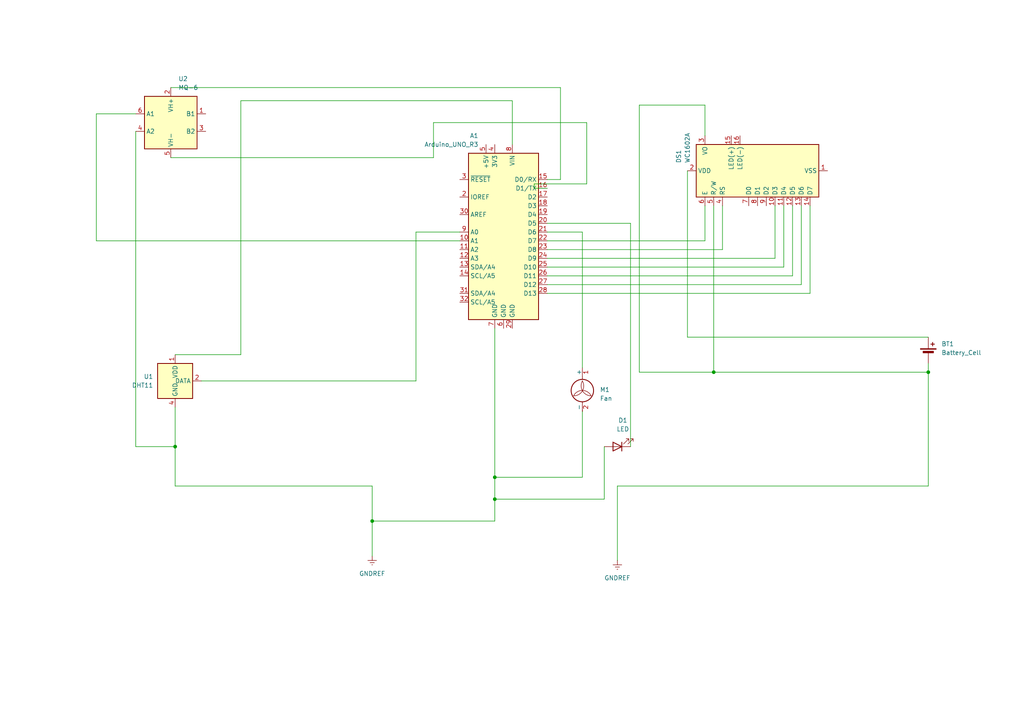
<source format=kicad_sch>
(kicad_sch
	(version 20250114)
	(generator "eeschema")
	(generator_version "9.0")
	(uuid "67d2970f-25cb-4a88-958c-de2850f6968a")
	(paper "A4")
	(lib_symbols
		(symbol "Device:Battery_Cell"
			(pin_numbers
				(hide yes)
			)
			(pin_names
				(offset 0)
				(hide yes)
			)
			(exclude_from_sim no)
			(in_bom yes)
			(on_board yes)
			(property "Reference" "BT"
				(at 2.54 2.54 0)
				(effects
					(font
						(size 1.27 1.27)
					)
					(justify left)
				)
			)
			(property "Value" "Battery_Cell"
				(at 2.54 0 0)
				(effects
					(font
						(size 1.27 1.27)
					)
					(justify left)
				)
			)
			(property "Footprint" ""
				(at 0 1.524 90)
				(effects
					(font
						(size 1.27 1.27)
					)
					(hide yes)
				)
			)
			(property "Datasheet" "~"
				(at 0 1.524 90)
				(effects
					(font
						(size 1.27 1.27)
					)
					(hide yes)
				)
			)
			(property "Description" "Single-cell battery"
				(at 0 0 0)
				(effects
					(font
						(size 1.27 1.27)
					)
					(hide yes)
				)
			)
			(property "ki_keywords" "battery cell"
				(at 0 0 0)
				(effects
					(font
						(size 1.27 1.27)
					)
					(hide yes)
				)
			)
			(symbol "Battery_Cell_0_1"
				(rectangle
					(start -2.286 1.778)
					(end 2.286 1.524)
					(stroke
						(width 0)
						(type default)
					)
					(fill
						(type outline)
					)
				)
				(rectangle
					(start -1.524 1.016)
					(end 1.524 0.508)
					(stroke
						(width 0)
						(type default)
					)
					(fill
						(type outline)
					)
				)
				(polyline
					(pts
						(xy 0 1.778) (xy 0 2.54)
					)
					(stroke
						(width 0)
						(type default)
					)
					(fill
						(type none)
					)
				)
				(polyline
					(pts
						(xy 0 0.762) (xy 0 0)
					)
					(stroke
						(width 0)
						(type default)
					)
					(fill
						(type none)
					)
				)
				(polyline
					(pts
						(xy 0.762 3.048) (xy 1.778 3.048)
					)
					(stroke
						(width 0.254)
						(type default)
					)
					(fill
						(type none)
					)
				)
				(polyline
					(pts
						(xy 1.27 3.556) (xy 1.27 2.54)
					)
					(stroke
						(width 0.254)
						(type default)
					)
					(fill
						(type none)
					)
				)
			)
			(symbol "Battery_Cell_1_1"
				(pin passive line
					(at 0 5.08 270)
					(length 2.54)
					(name "+"
						(effects
							(font
								(size 1.27 1.27)
							)
						)
					)
					(number "1"
						(effects
							(font
								(size 1.27 1.27)
							)
						)
					)
				)
				(pin passive line
					(at 0 -2.54 90)
					(length 2.54)
					(name "-"
						(effects
							(font
								(size 1.27 1.27)
							)
						)
					)
					(number "2"
						(effects
							(font
								(size 1.27 1.27)
							)
						)
					)
				)
			)
			(embedded_fonts no)
		)
		(symbol "Device:LED"
			(pin_numbers
				(hide yes)
			)
			(pin_names
				(offset 1.016)
				(hide yes)
			)
			(exclude_from_sim no)
			(in_bom yes)
			(on_board yes)
			(property "Reference" "D"
				(at 0 2.54 0)
				(effects
					(font
						(size 1.27 1.27)
					)
				)
			)
			(property "Value" "LED"
				(at 0 -2.54 0)
				(effects
					(font
						(size 1.27 1.27)
					)
				)
			)
			(property "Footprint" ""
				(at 0 0 0)
				(effects
					(font
						(size 1.27 1.27)
					)
					(hide yes)
				)
			)
			(property "Datasheet" "~"
				(at 0 0 0)
				(effects
					(font
						(size 1.27 1.27)
					)
					(hide yes)
				)
			)
			(property "Description" "Light emitting diode"
				(at 0 0 0)
				(effects
					(font
						(size 1.27 1.27)
					)
					(hide yes)
				)
			)
			(property "ki_keywords" "LED diode"
				(at 0 0 0)
				(effects
					(font
						(size 1.27 1.27)
					)
					(hide yes)
				)
			)
			(property "ki_fp_filters" "LED* LED_SMD:* LED_THT:*"
				(at 0 0 0)
				(effects
					(font
						(size 1.27 1.27)
					)
					(hide yes)
				)
			)
			(symbol "LED_0_1"
				(polyline
					(pts
						(xy -3.048 -0.762) (xy -4.572 -2.286) (xy -3.81 -2.286) (xy -4.572 -2.286) (xy -4.572 -1.524)
					)
					(stroke
						(width 0)
						(type default)
					)
					(fill
						(type none)
					)
				)
				(polyline
					(pts
						(xy -1.778 -0.762) (xy -3.302 -2.286) (xy -2.54 -2.286) (xy -3.302 -2.286) (xy -3.302 -1.524)
					)
					(stroke
						(width 0)
						(type default)
					)
					(fill
						(type none)
					)
				)
				(polyline
					(pts
						(xy -1.27 0) (xy 1.27 0)
					)
					(stroke
						(width 0)
						(type default)
					)
					(fill
						(type none)
					)
				)
				(polyline
					(pts
						(xy -1.27 -1.27) (xy -1.27 1.27)
					)
					(stroke
						(width 0.254)
						(type default)
					)
					(fill
						(type none)
					)
				)
				(polyline
					(pts
						(xy 1.27 -1.27) (xy 1.27 1.27) (xy -1.27 0) (xy 1.27 -1.27)
					)
					(stroke
						(width 0.254)
						(type default)
					)
					(fill
						(type none)
					)
				)
			)
			(symbol "LED_1_1"
				(pin passive line
					(at -3.81 0 0)
					(length 2.54)
					(name "K"
						(effects
							(font
								(size 1.27 1.27)
							)
						)
					)
					(number "1"
						(effects
							(font
								(size 1.27 1.27)
							)
						)
					)
				)
				(pin passive line
					(at 3.81 0 180)
					(length 2.54)
					(name "A"
						(effects
							(font
								(size 1.27 1.27)
							)
						)
					)
					(number "2"
						(effects
							(font
								(size 1.27 1.27)
							)
						)
					)
				)
			)
			(embedded_fonts no)
		)
		(symbol "Display_Character:WC1602A"
			(exclude_from_sim no)
			(in_bom yes)
			(on_board yes)
			(property "Reference" "DS"
				(at -5.842 19.05 0)
				(effects
					(font
						(size 1.27 1.27)
					)
				)
			)
			(property "Value" "WC1602A"
				(at 5.334 19.05 0)
				(effects
					(font
						(size 1.27 1.27)
					)
				)
			)
			(property "Footprint" "Display:WC1602A"
				(at 0 -22.86 0)
				(effects
					(font
						(size 1.27 1.27)
						(italic yes)
					)
					(hide yes)
				)
			)
			(property "Datasheet" "http://www.wincomlcd.com/pdf/WC1602A-SFYLYHTC06.pdf"
				(at 17.78 0 0)
				(effects
					(font
						(size 1.27 1.27)
					)
					(hide yes)
				)
			)
			(property "Description" "LCD 16x2 Alphanumeric , 8 bit parallel bus, 5V VDD"
				(at 0 0 0)
				(effects
					(font
						(size 1.27 1.27)
					)
					(hide yes)
				)
			)
			(property "ki_keywords" "display LCD dot-matrix"
				(at 0 0 0)
				(effects
					(font
						(size 1.27 1.27)
					)
					(hide yes)
				)
			)
			(property "ki_fp_filters" "*WC*1602A*"
				(at 0 0 0)
				(effects
					(font
						(size 1.27 1.27)
					)
					(hide yes)
				)
			)
			(symbol "WC1602A_1_1"
				(rectangle
					(start -7.62 17.78)
					(end 7.62 -17.78)
					(stroke
						(width 0.254)
						(type default)
					)
					(fill
						(type background)
					)
				)
				(pin input line
					(at -10.16 15.24 0)
					(length 2.54)
					(name "E"
						(effects
							(font
								(size 1.27 1.27)
							)
						)
					)
					(number "6"
						(effects
							(font
								(size 1.27 1.27)
							)
						)
					)
				)
				(pin input line
					(at -10.16 12.7 0)
					(length 2.54)
					(name "R/W"
						(effects
							(font
								(size 1.27 1.27)
							)
						)
					)
					(number "5"
						(effects
							(font
								(size 1.27 1.27)
							)
						)
					)
				)
				(pin input line
					(at -10.16 10.16 0)
					(length 2.54)
					(name "RS"
						(effects
							(font
								(size 1.27 1.27)
							)
						)
					)
					(number "4"
						(effects
							(font
								(size 1.27 1.27)
							)
						)
					)
				)
				(pin input line
					(at -10.16 2.54 0)
					(length 2.54)
					(name "D0"
						(effects
							(font
								(size 1.27 1.27)
							)
						)
					)
					(number "7"
						(effects
							(font
								(size 1.27 1.27)
							)
						)
					)
				)
				(pin input line
					(at -10.16 0 0)
					(length 2.54)
					(name "D1"
						(effects
							(font
								(size 1.27 1.27)
							)
						)
					)
					(number "8"
						(effects
							(font
								(size 1.27 1.27)
							)
						)
					)
				)
				(pin input line
					(at -10.16 -2.54 0)
					(length 2.54)
					(name "D2"
						(effects
							(font
								(size 1.27 1.27)
							)
						)
					)
					(number "9"
						(effects
							(font
								(size 1.27 1.27)
							)
						)
					)
				)
				(pin input line
					(at -10.16 -5.08 0)
					(length 2.54)
					(name "D3"
						(effects
							(font
								(size 1.27 1.27)
							)
						)
					)
					(number "10"
						(effects
							(font
								(size 1.27 1.27)
							)
						)
					)
				)
				(pin input line
					(at -10.16 -7.62 0)
					(length 2.54)
					(name "D4"
						(effects
							(font
								(size 1.27 1.27)
							)
						)
					)
					(number "11"
						(effects
							(font
								(size 1.27 1.27)
							)
						)
					)
				)
				(pin input line
					(at -10.16 -10.16 0)
					(length 2.54)
					(name "D5"
						(effects
							(font
								(size 1.27 1.27)
							)
						)
					)
					(number "12"
						(effects
							(font
								(size 1.27 1.27)
							)
						)
					)
				)
				(pin input line
					(at -10.16 -12.7 0)
					(length 2.54)
					(name "D6"
						(effects
							(font
								(size 1.27 1.27)
							)
						)
					)
					(number "13"
						(effects
							(font
								(size 1.27 1.27)
							)
						)
					)
				)
				(pin input line
					(at -10.16 -15.24 0)
					(length 2.54)
					(name "D7"
						(effects
							(font
								(size 1.27 1.27)
							)
						)
					)
					(number "14"
						(effects
							(font
								(size 1.27 1.27)
							)
						)
					)
				)
				(pin power_in line
					(at 0 20.32 270)
					(length 2.54)
					(name "VDD"
						(effects
							(font
								(size 1.27 1.27)
							)
						)
					)
					(number "2"
						(effects
							(font
								(size 1.27 1.27)
							)
						)
					)
				)
				(pin power_in line
					(at 0 -20.32 90)
					(length 2.54)
					(name "VSS"
						(effects
							(font
								(size 1.27 1.27)
							)
						)
					)
					(number "1"
						(effects
							(font
								(size 1.27 1.27)
							)
						)
					)
				)
				(pin input line
					(at 10.16 15.24 180)
					(length 2.54)
					(name "VO"
						(effects
							(font
								(size 1.27 1.27)
							)
						)
					)
					(number "3"
						(effects
							(font
								(size 1.27 1.27)
							)
						)
					)
				)
				(pin power_in line
					(at 10.16 7.62 180)
					(length 2.54)
					(name "LED(+)"
						(effects
							(font
								(size 1.27 1.27)
							)
						)
					)
					(number "15"
						(effects
							(font
								(size 1.27 1.27)
							)
						)
					)
				)
				(pin power_in line
					(at 10.16 5.08 180)
					(length 2.54)
					(name "LED(-)"
						(effects
							(font
								(size 1.27 1.27)
							)
						)
					)
					(number "16"
						(effects
							(font
								(size 1.27 1.27)
							)
						)
					)
				)
			)
			(embedded_fonts no)
		)
		(symbol "MCU_Module:Arduino_UNO_R3"
			(exclude_from_sim no)
			(in_bom yes)
			(on_board yes)
			(property "Reference" "A"
				(at -10.16 23.495 0)
				(effects
					(font
						(size 1.27 1.27)
					)
					(justify left bottom)
				)
			)
			(property "Value" "Arduino_UNO_R3"
				(at 5.08 -26.67 0)
				(effects
					(font
						(size 1.27 1.27)
					)
					(justify left top)
				)
			)
			(property "Footprint" "Module:Arduino_UNO_R3"
				(at 0 0 0)
				(effects
					(font
						(size 1.27 1.27)
						(italic yes)
					)
					(hide yes)
				)
			)
			(property "Datasheet" "https://www.arduino.cc/en/Main/arduinoBoardUno"
				(at 0 0 0)
				(effects
					(font
						(size 1.27 1.27)
					)
					(hide yes)
				)
			)
			(property "Description" "Arduino UNO Microcontroller Module, release 3"
				(at 0 0 0)
				(effects
					(font
						(size 1.27 1.27)
					)
					(hide yes)
				)
			)
			(property "ki_keywords" "Arduino UNO R3 Microcontroller Module Atmel AVR USB"
				(at 0 0 0)
				(effects
					(font
						(size 1.27 1.27)
					)
					(hide yes)
				)
			)
			(property "ki_fp_filters" "Arduino*UNO*R3*"
				(at 0 0 0)
				(effects
					(font
						(size 1.27 1.27)
					)
					(hide yes)
				)
			)
			(symbol "Arduino_UNO_R3_0_1"
				(rectangle
					(start -10.16 22.86)
					(end 10.16 -25.4)
					(stroke
						(width 0.254)
						(type default)
					)
					(fill
						(type background)
					)
				)
			)
			(symbol "Arduino_UNO_R3_1_1"
				(pin bidirectional line
					(at -12.7 15.24 0)
					(length 2.54)
					(name "D0/RX"
						(effects
							(font
								(size 1.27 1.27)
							)
						)
					)
					(number "15"
						(effects
							(font
								(size 1.27 1.27)
							)
						)
					)
				)
				(pin bidirectional line
					(at -12.7 12.7 0)
					(length 2.54)
					(name "D1/TX"
						(effects
							(font
								(size 1.27 1.27)
							)
						)
					)
					(number "16"
						(effects
							(font
								(size 1.27 1.27)
							)
						)
					)
				)
				(pin bidirectional line
					(at -12.7 10.16 0)
					(length 2.54)
					(name "D2"
						(effects
							(font
								(size 1.27 1.27)
							)
						)
					)
					(number "17"
						(effects
							(font
								(size 1.27 1.27)
							)
						)
					)
				)
				(pin bidirectional line
					(at -12.7 7.62 0)
					(length 2.54)
					(name "D3"
						(effects
							(font
								(size 1.27 1.27)
							)
						)
					)
					(number "18"
						(effects
							(font
								(size 1.27 1.27)
							)
						)
					)
				)
				(pin bidirectional line
					(at -12.7 5.08 0)
					(length 2.54)
					(name "D4"
						(effects
							(font
								(size 1.27 1.27)
							)
						)
					)
					(number "19"
						(effects
							(font
								(size 1.27 1.27)
							)
						)
					)
				)
				(pin bidirectional line
					(at -12.7 2.54 0)
					(length 2.54)
					(name "D5"
						(effects
							(font
								(size 1.27 1.27)
							)
						)
					)
					(number "20"
						(effects
							(font
								(size 1.27 1.27)
							)
						)
					)
				)
				(pin bidirectional line
					(at -12.7 0 0)
					(length 2.54)
					(name "D6"
						(effects
							(font
								(size 1.27 1.27)
							)
						)
					)
					(number "21"
						(effects
							(font
								(size 1.27 1.27)
							)
						)
					)
				)
				(pin bidirectional line
					(at -12.7 -2.54 0)
					(length 2.54)
					(name "D7"
						(effects
							(font
								(size 1.27 1.27)
							)
						)
					)
					(number "22"
						(effects
							(font
								(size 1.27 1.27)
							)
						)
					)
				)
				(pin bidirectional line
					(at -12.7 -5.08 0)
					(length 2.54)
					(name "D8"
						(effects
							(font
								(size 1.27 1.27)
							)
						)
					)
					(number "23"
						(effects
							(font
								(size 1.27 1.27)
							)
						)
					)
				)
				(pin bidirectional line
					(at -12.7 -7.62 0)
					(length 2.54)
					(name "D9"
						(effects
							(font
								(size 1.27 1.27)
							)
						)
					)
					(number "24"
						(effects
							(font
								(size 1.27 1.27)
							)
						)
					)
				)
				(pin bidirectional line
					(at -12.7 -10.16 0)
					(length 2.54)
					(name "D10"
						(effects
							(font
								(size 1.27 1.27)
							)
						)
					)
					(number "25"
						(effects
							(font
								(size 1.27 1.27)
							)
						)
					)
				)
				(pin bidirectional line
					(at -12.7 -12.7 0)
					(length 2.54)
					(name "D11"
						(effects
							(font
								(size 1.27 1.27)
							)
						)
					)
					(number "26"
						(effects
							(font
								(size 1.27 1.27)
							)
						)
					)
				)
				(pin bidirectional line
					(at -12.7 -15.24 0)
					(length 2.54)
					(name "D12"
						(effects
							(font
								(size 1.27 1.27)
							)
						)
					)
					(number "27"
						(effects
							(font
								(size 1.27 1.27)
							)
						)
					)
				)
				(pin bidirectional line
					(at -12.7 -17.78 0)
					(length 2.54)
					(name "D13"
						(effects
							(font
								(size 1.27 1.27)
							)
						)
					)
					(number "28"
						(effects
							(font
								(size 1.27 1.27)
							)
						)
					)
				)
				(pin no_connect line
					(at -10.16 -20.32 0)
					(length 2.54)
					(hide yes)
					(name "NC"
						(effects
							(font
								(size 1.27 1.27)
							)
						)
					)
					(number "1"
						(effects
							(font
								(size 1.27 1.27)
							)
						)
					)
				)
				(pin power_in line
					(at -2.54 25.4 270)
					(length 2.54)
					(name "VIN"
						(effects
							(font
								(size 1.27 1.27)
							)
						)
					)
					(number "8"
						(effects
							(font
								(size 1.27 1.27)
							)
						)
					)
				)
				(pin power_in line
					(at -2.54 -27.94 90)
					(length 2.54)
					(name "GND"
						(effects
							(font
								(size 1.27 1.27)
							)
						)
					)
					(number "29"
						(effects
							(font
								(size 1.27 1.27)
							)
						)
					)
				)
				(pin power_in line
					(at 0 -27.94 90)
					(length 2.54)
					(name "GND"
						(effects
							(font
								(size 1.27 1.27)
							)
						)
					)
					(number "6"
						(effects
							(font
								(size 1.27 1.27)
							)
						)
					)
				)
				(pin power_out line
					(at 2.54 25.4 270)
					(length 2.54)
					(name "3V3"
						(effects
							(font
								(size 1.27 1.27)
							)
						)
					)
					(number "4"
						(effects
							(font
								(size 1.27 1.27)
							)
						)
					)
				)
				(pin power_in line
					(at 2.54 -27.94 90)
					(length 2.54)
					(name "GND"
						(effects
							(font
								(size 1.27 1.27)
							)
						)
					)
					(number "7"
						(effects
							(font
								(size 1.27 1.27)
							)
						)
					)
				)
				(pin power_out line
					(at 5.08 25.4 270)
					(length 2.54)
					(name "+5V"
						(effects
							(font
								(size 1.27 1.27)
							)
						)
					)
					(number "5"
						(effects
							(font
								(size 1.27 1.27)
							)
						)
					)
				)
				(pin input line
					(at 12.7 15.24 180)
					(length 2.54)
					(name "~{RESET}"
						(effects
							(font
								(size 1.27 1.27)
							)
						)
					)
					(number "3"
						(effects
							(font
								(size 1.27 1.27)
							)
						)
					)
				)
				(pin output line
					(at 12.7 10.16 180)
					(length 2.54)
					(name "IOREF"
						(effects
							(font
								(size 1.27 1.27)
							)
						)
					)
					(number "2"
						(effects
							(font
								(size 1.27 1.27)
							)
						)
					)
				)
				(pin input line
					(at 12.7 5.08 180)
					(length 2.54)
					(name "AREF"
						(effects
							(font
								(size 1.27 1.27)
							)
						)
					)
					(number "30"
						(effects
							(font
								(size 1.27 1.27)
							)
						)
					)
				)
				(pin bidirectional line
					(at 12.7 0 180)
					(length 2.54)
					(name "A0"
						(effects
							(font
								(size 1.27 1.27)
							)
						)
					)
					(number "9"
						(effects
							(font
								(size 1.27 1.27)
							)
						)
					)
				)
				(pin bidirectional line
					(at 12.7 -2.54 180)
					(length 2.54)
					(name "A1"
						(effects
							(font
								(size 1.27 1.27)
							)
						)
					)
					(number "10"
						(effects
							(font
								(size 1.27 1.27)
							)
						)
					)
				)
				(pin bidirectional line
					(at 12.7 -5.08 180)
					(length 2.54)
					(name "A2"
						(effects
							(font
								(size 1.27 1.27)
							)
						)
					)
					(number "11"
						(effects
							(font
								(size 1.27 1.27)
							)
						)
					)
				)
				(pin bidirectional line
					(at 12.7 -7.62 180)
					(length 2.54)
					(name "A3"
						(effects
							(font
								(size 1.27 1.27)
							)
						)
					)
					(number "12"
						(effects
							(font
								(size 1.27 1.27)
							)
						)
					)
				)
				(pin bidirectional line
					(at 12.7 -10.16 180)
					(length 2.54)
					(name "SDA/A4"
						(effects
							(font
								(size 1.27 1.27)
							)
						)
					)
					(number "13"
						(effects
							(font
								(size 1.27 1.27)
							)
						)
					)
				)
				(pin bidirectional line
					(at 12.7 -12.7 180)
					(length 2.54)
					(name "SCL/A5"
						(effects
							(font
								(size 1.27 1.27)
							)
						)
					)
					(number "14"
						(effects
							(font
								(size 1.27 1.27)
							)
						)
					)
				)
				(pin bidirectional line
					(at 12.7 -17.78 180)
					(length 2.54)
					(name "SDA/A4"
						(effects
							(font
								(size 1.27 1.27)
							)
						)
					)
					(number "31"
						(effects
							(font
								(size 1.27 1.27)
							)
						)
					)
				)
				(pin bidirectional line
					(at 12.7 -20.32 180)
					(length 2.54)
					(name "SCL/A5"
						(effects
							(font
								(size 1.27 1.27)
							)
						)
					)
					(number "32"
						(effects
							(font
								(size 1.27 1.27)
							)
						)
					)
				)
			)
			(embedded_fonts no)
		)
		(symbol "Motor:Fan"
			(pin_names
				(offset 0)
			)
			(exclude_from_sim no)
			(in_bom yes)
			(on_board yes)
			(property "Reference" "M"
				(at 2.54 5.08 0)
				(effects
					(font
						(size 1.27 1.27)
					)
					(justify left)
				)
			)
			(property "Value" "Fan"
				(at 2.54 -2.54 0)
				(effects
					(font
						(size 1.27 1.27)
					)
					(justify left top)
				)
			)
			(property "Footprint" ""
				(at 0 0.254 0)
				(effects
					(font
						(size 1.27 1.27)
					)
					(hide yes)
				)
			)
			(property "Datasheet" "~"
				(at 0 0.254 0)
				(effects
					(font
						(size 1.27 1.27)
					)
					(hide yes)
				)
			)
			(property "Description" "Fan"
				(at 0 0 0)
				(effects
					(font
						(size 1.27 1.27)
					)
					(hide yes)
				)
			)
			(property "ki_keywords" "Fan Motor"
				(at 0 0 0)
				(effects
					(font
						(size 1.27 1.27)
					)
					(hide yes)
				)
			)
			(property "ki_fp_filters" "PinHeader*P2.54mm* TerminalBlock*"
				(at 0 0 0)
				(effects
					(font
						(size 1.27 1.27)
					)
					(hide yes)
				)
			)
			(symbol "Fan_0_1"
				(arc
					(start 0 3.81)
					(mid -0.0015 0.9048)
					(end -2.54 -0.508)
					(stroke
						(width 0)
						(type default)
					)
					(fill
						(type none)
					)
				)
				(polyline
					(pts
						(xy 0 4.572) (xy 0 5.08)
					)
					(stroke
						(width 0)
						(type default)
					)
					(fill
						(type none)
					)
				)
				(polyline
					(pts
						(xy 0 4.2672) (xy 0 4.6228)
					)
					(stroke
						(width 0)
						(type default)
					)
					(fill
						(type none)
					)
				)
				(circle
					(center 0 1.016)
					(radius 3.2512)
					(stroke
						(width 0.254)
						(type default)
					)
					(fill
						(type none)
					)
				)
				(arc
					(start -2.54 -0.508)
					(mid 0 1.0618)
					(end 2.54 -0.508)
					(stroke
						(width 0)
						(type default)
					)
					(fill
						(type none)
					)
				)
				(polyline
					(pts
						(xy 0 -2.2352) (xy 0 -2.6416)
					)
					(stroke
						(width 0)
						(type default)
					)
					(fill
						(type none)
					)
				)
				(polyline
					(pts
						(xy 0 -5.08) (xy 0 -4.572)
					)
					(stroke
						(width 0)
						(type default)
					)
					(fill
						(type none)
					)
				)
				(arc
					(start 2.54 -0.508)
					(mid 0.047 0.9315)
					(end 0 3.81)
					(stroke
						(width 0)
						(type default)
					)
					(fill
						(type none)
					)
				)
			)
			(symbol "Fan_1_1"
				(pin passive line
					(at 0 7.62 270)
					(length 2.54)
					(name "+"
						(effects
							(font
								(size 1.27 1.27)
							)
						)
					)
					(number "1"
						(effects
							(font
								(size 1.27 1.27)
							)
						)
					)
				)
				(pin passive line
					(at 0 -5.08 90)
					(length 2.54)
					(name "-"
						(effects
							(font
								(size 1.27 1.27)
							)
						)
					)
					(number "2"
						(effects
							(font
								(size 1.27 1.27)
							)
						)
					)
				)
			)
			(embedded_fonts no)
		)
		(symbol "Sensor:DHT11"
			(exclude_from_sim no)
			(in_bom yes)
			(on_board yes)
			(property "Reference" "U"
				(at -3.81 6.35 0)
				(effects
					(font
						(size 1.27 1.27)
					)
				)
			)
			(property "Value" "DHT11"
				(at 3.81 6.35 0)
				(effects
					(font
						(size 1.27 1.27)
					)
				)
			)
			(property "Footprint" "Sensor:Aosong_DHT11_5.5x12.0_P2.54mm"
				(at 0 -10.16 0)
				(effects
					(font
						(size 1.27 1.27)
					)
					(hide yes)
				)
			)
			(property "Datasheet" "http://akizukidenshi.com/download/ds/aosong/DHT11.pdf"
				(at 3.81 6.35 0)
				(effects
					(font
						(size 1.27 1.27)
					)
					(hide yes)
				)
			)
			(property "Description" "3.3V to 5.5V, temperature and humidity module, DHT11"
				(at 0 0 0)
				(effects
					(font
						(size 1.27 1.27)
					)
					(hide yes)
				)
			)
			(property "ki_keywords" "digital sensor"
				(at 0 0 0)
				(effects
					(font
						(size 1.27 1.27)
					)
					(hide yes)
				)
			)
			(property "ki_fp_filters" "Aosong*DHT11*5.5x12.0*P2.54mm*"
				(at 0 0 0)
				(effects
					(font
						(size 1.27 1.27)
					)
					(hide yes)
				)
			)
			(symbol "DHT11_0_1"
				(rectangle
					(start -5.08 5.08)
					(end 5.08 -5.08)
					(stroke
						(width 0.254)
						(type default)
					)
					(fill
						(type background)
					)
				)
			)
			(symbol "DHT11_1_1"
				(pin no_connect line
					(at -5.08 0 0)
					(length 2.54)
					(hide yes)
					(name "NC"
						(effects
							(font
								(size 1.27 1.27)
							)
						)
					)
					(number "3"
						(effects
							(font
								(size 1.27 1.27)
							)
						)
					)
				)
				(pin power_in line
					(at 0 7.62 270)
					(length 2.54)
					(name "VDD"
						(effects
							(font
								(size 1.27 1.27)
							)
						)
					)
					(number "1"
						(effects
							(font
								(size 1.27 1.27)
							)
						)
					)
				)
				(pin power_in line
					(at 0 -7.62 90)
					(length 2.54)
					(name "GND"
						(effects
							(font
								(size 1.27 1.27)
							)
						)
					)
					(number "4"
						(effects
							(font
								(size 1.27 1.27)
							)
						)
					)
				)
				(pin bidirectional line
					(at 7.62 0 180)
					(length 2.54)
					(name "DATA"
						(effects
							(font
								(size 1.27 1.27)
							)
						)
					)
					(number "2"
						(effects
							(font
								(size 1.27 1.27)
							)
						)
					)
				)
			)
			(embedded_fonts no)
		)
		(symbol "Sensor_Gas:MQ-6"
			(exclude_from_sim no)
			(in_bom yes)
			(on_board yes)
			(property "Reference" "U"
				(at -6.35 8.89 0)
				(effects
					(font
						(size 1.27 1.27)
					)
				)
			)
			(property "Value" "MQ-6"
				(at 3.81 8.89 0)
				(effects
					(font
						(size 1.27 1.27)
					)
				)
			)
			(property "Footprint" "Sensor:MQ-6"
				(at 1.27 -11.43 0)
				(effects
					(font
						(size 1.27 1.27)
					)
					(hide yes)
				)
			)
			(property "Datasheet" "https://www.winsen-sensor.com/d/files/semiconductor/mq-6.pdf"
				(at 0 6.35 0)
				(effects
					(font
						(size 1.27 1.27)
					)
					(hide yes)
				)
			)
			(property "Description" "Semiconductor Sensor for Flammable Gas"
				(at 0 0 0)
				(effects
					(font
						(size 1.27 1.27)
					)
					(hide yes)
				)
			)
			(property "ki_keywords" "flammable gas sensor LPG"
				(at 0 0 0)
				(effects
					(font
						(size 1.27 1.27)
					)
					(hide yes)
				)
			)
			(property "ki_fp_filters" "*MQ*6*"
				(at 0 0 0)
				(effects
					(font
						(size 1.27 1.27)
					)
					(hide yes)
				)
			)
			(symbol "MQ-6_0_1"
				(rectangle
					(start -7.62 7.62)
					(end 7.62 -7.62)
					(stroke
						(width 0.254)
						(type default)
					)
					(fill
						(type background)
					)
				)
			)
			(symbol "MQ-6_1_1"
				(pin passive line
					(at -10.16 2.54 0)
					(length 2.54)
					(name "A1"
						(effects
							(font
								(size 1.27 1.27)
							)
						)
					)
					(number "6"
						(effects
							(font
								(size 1.27 1.27)
							)
						)
					)
				)
				(pin passive line
					(at -10.16 -2.54 0)
					(length 2.54)
					(name "A2"
						(effects
							(font
								(size 1.27 1.27)
							)
						)
					)
					(number "4"
						(effects
							(font
								(size 1.27 1.27)
							)
						)
					)
				)
				(pin power_in line
					(at 0 10.16 270)
					(length 2.54)
					(name "VH+"
						(effects
							(font
								(size 1.27 1.27)
							)
						)
					)
					(number "2"
						(effects
							(font
								(size 1.27 1.27)
							)
						)
					)
				)
				(pin power_in line
					(at 0 -10.16 90)
					(length 2.54)
					(name "VH-"
						(effects
							(font
								(size 1.27 1.27)
							)
						)
					)
					(number "5"
						(effects
							(font
								(size 1.27 1.27)
							)
						)
					)
				)
				(pin passive line
					(at 10.16 2.54 180)
					(length 2.54)
					(name "B1"
						(effects
							(font
								(size 1.27 1.27)
							)
						)
					)
					(number "1"
						(effects
							(font
								(size 1.27 1.27)
							)
						)
					)
				)
				(pin passive line
					(at 10.16 -2.54 180)
					(length 2.54)
					(name "B2"
						(effects
							(font
								(size 1.27 1.27)
							)
						)
					)
					(number "3"
						(effects
							(font
								(size 1.27 1.27)
							)
						)
					)
				)
			)
			(embedded_fonts no)
		)
		(symbol "power:GNDREF"
			(power)
			(pin_numbers
				(hide yes)
			)
			(pin_names
				(offset 0)
				(hide yes)
			)
			(exclude_from_sim no)
			(in_bom yes)
			(on_board yes)
			(property "Reference" "#PWR"
				(at 0 -6.35 0)
				(effects
					(font
						(size 1.27 1.27)
					)
					(hide yes)
				)
			)
			(property "Value" "GNDREF"
				(at 0 -3.81 0)
				(effects
					(font
						(size 1.27 1.27)
					)
				)
			)
			(property "Footprint" ""
				(at 0 0 0)
				(effects
					(font
						(size 1.27 1.27)
					)
					(hide yes)
				)
			)
			(property "Datasheet" ""
				(at 0 0 0)
				(effects
					(font
						(size 1.27 1.27)
					)
					(hide yes)
				)
			)
			(property "Description" "Power symbol creates a global label with name \"GNDREF\" , reference supply ground"
				(at 0 0 0)
				(effects
					(font
						(size 1.27 1.27)
					)
					(hide yes)
				)
			)
			(property "ki_keywords" "global power"
				(at 0 0 0)
				(effects
					(font
						(size 1.27 1.27)
					)
					(hide yes)
				)
			)
			(symbol "GNDREF_0_1"
				(polyline
					(pts
						(xy -0.635 -1.905) (xy 0.635 -1.905)
					)
					(stroke
						(width 0)
						(type default)
					)
					(fill
						(type none)
					)
				)
				(polyline
					(pts
						(xy -0.127 -2.54) (xy 0.127 -2.54)
					)
					(stroke
						(width 0)
						(type default)
					)
					(fill
						(type none)
					)
				)
				(polyline
					(pts
						(xy 0 -1.27) (xy 0 0)
					)
					(stroke
						(width 0)
						(type default)
					)
					(fill
						(type none)
					)
				)
				(polyline
					(pts
						(xy 1.27 -1.27) (xy -1.27 -1.27)
					)
					(stroke
						(width 0)
						(type default)
					)
					(fill
						(type none)
					)
				)
			)
			(symbol "GNDREF_1_1"
				(pin power_in line
					(at 0 0 270)
					(length 0)
					(name "~"
						(effects
							(font
								(size 1.27 1.27)
							)
						)
					)
					(number "1"
						(effects
							(font
								(size 1.27 1.27)
							)
						)
					)
				)
			)
			(embedded_fonts no)
		)
	)
	(junction
		(at 143.51 144.78)
		(diameter 0)
		(color 0 0 0 0)
		(uuid "0a4ac9b5-7907-48b6-b104-ae06866a32c4")
	)
	(junction
		(at 143.51 138.43)
		(diameter 0)
		(color 0 0 0 0)
		(uuid "1b45ce36-e8b1-41cf-ae57-0338d48cd7bf")
	)
	(junction
		(at 269.24 107.95)
		(diameter 0)
		(color 0 0 0 0)
		(uuid "9858267b-36f5-4301-b549-233632f0814a")
	)
	(junction
		(at 50.8 129.54)
		(diameter 0)
		(color 0 0 0 0)
		(uuid "b3789ea5-ffaa-4ac7-a9c6-aa68985cb10a")
	)
	(junction
		(at 107.95 151.13)
		(diameter 0)
		(color 0 0 0 0)
		(uuid "d3199f14-5bf7-45ba-8091-69699536c27e")
	)
	(junction
		(at 207.01 107.95)
		(diameter 0)
		(color 0 0 0 0)
		(uuid "f397d2da-6e23-42d2-981b-48402a367718")
	)
	(wire
		(pts
			(xy 158.75 74.93) (xy 224.79 74.93)
		)
		(stroke
			(width 0)
			(type default)
		)
		(uuid "05afae6b-8b23-4b3e-b994-6f4602b14508")
	)
	(wire
		(pts
			(xy 175.26 129.54) (xy 175.26 144.78)
		)
		(stroke
			(width 0)
			(type default)
		)
		(uuid "08e51eb1-c28d-4fbf-9b38-bb86a6343d35")
	)
	(wire
		(pts
			(xy 143.51 144.78) (xy 143.51 151.13)
		)
		(stroke
			(width 0)
			(type default)
		)
		(uuid "0be7522e-741d-4e1e-aaae-b59774854b18")
	)
	(wire
		(pts
			(xy 143.51 138.43) (xy 143.51 144.78)
		)
		(stroke
			(width 0)
			(type default)
		)
		(uuid "0bf178b1-7153-4580-a400-f52d7877bfd4")
	)
	(wire
		(pts
			(xy 158.75 82.55) (xy 232.41 82.55)
		)
		(stroke
			(width 0)
			(type default)
		)
		(uuid "0e824594-6db0-4251-8a62-e66048044963")
	)
	(wire
		(pts
			(xy 50.8 129.54) (xy 50.8 140.97)
		)
		(stroke
			(width 0)
			(type default)
		)
		(uuid "0f2bc2cb-0cbe-4ac7-adfe-0214af73bb09")
	)
	(wire
		(pts
			(xy 168.91 138.43) (xy 143.51 138.43)
		)
		(stroke
			(width 0)
			(type default)
		)
		(uuid "1046f5d2-a633-427e-8748-e4e5f5cb8ad3")
	)
	(wire
		(pts
			(xy 158.75 80.01) (xy 229.87 80.01)
		)
		(stroke
			(width 0)
			(type default)
		)
		(uuid "147bc99f-2c28-4637-8bae-01fece892a5c")
	)
	(wire
		(pts
			(xy 49.53 45.72) (xy 125.73 45.72)
		)
		(stroke
			(width 0)
			(type default)
		)
		(uuid "1ea0de97-42bc-48aa-8303-5ba55788cae1")
	)
	(wire
		(pts
			(xy 170.18 35.56) (xy 170.18 53.34)
		)
		(stroke
			(width 0)
			(type default)
		)
		(uuid "1f1a77ec-9182-4e37-98f7-c19caa002e03")
	)
	(wire
		(pts
			(xy 204.47 30.48) (xy 185.42 30.48)
		)
		(stroke
			(width 0)
			(type default)
		)
		(uuid "1faac66d-6666-4af6-82e7-0ae2b2db621b")
	)
	(wire
		(pts
			(xy 154.94 53.34) (xy 154.94 54.61)
		)
		(stroke
			(width 0)
			(type default)
		)
		(uuid "1fe6f94b-17d4-4418-98f9-179f0b386d3c")
	)
	(wire
		(pts
			(xy 158.75 64.77) (xy 182.88 64.77)
		)
		(stroke
			(width 0)
			(type default)
		)
		(uuid "24d6dac8-99ad-4fd8-b6a7-85008c8993ab")
	)
	(wire
		(pts
			(xy 158.75 85.09) (xy 234.95 85.09)
		)
		(stroke
			(width 0)
			(type default)
		)
		(uuid "2a2d2c02-09b5-4406-aa75-f868b3af8c5d")
	)
	(wire
		(pts
			(xy 58.42 110.49) (xy 120.65 110.49)
		)
		(stroke
			(width 0)
			(type default)
		)
		(uuid "2dc3eda5-6ee4-41ce-8e1f-bd98a8d0fd1e")
	)
	(wire
		(pts
			(xy 154.94 54.61) (xy 158.75 54.61)
		)
		(stroke
			(width 0)
			(type default)
		)
		(uuid "355f8688-7e14-48f4-a089-23af83225a6e")
	)
	(wire
		(pts
			(xy 168.91 119.38) (xy 168.91 138.43)
		)
		(stroke
			(width 0)
			(type default)
		)
		(uuid "3cf8038b-8e26-47b5-b850-bc3242b78460")
	)
	(wire
		(pts
			(xy 148.59 41.91) (xy 148.59 29.21)
		)
		(stroke
			(width 0)
			(type default)
		)
		(uuid "3e9f2d6a-d41c-4d36-ac28-099e8a85b19e")
	)
	(wire
		(pts
			(xy 125.73 45.72) (xy 125.73 35.56)
		)
		(stroke
			(width 0)
			(type default)
		)
		(uuid "3f0a8302-b7de-439a-9d36-8def3fe48dba")
	)
	(wire
		(pts
			(xy 199.39 97.79) (xy 269.24 97.79)
		)
		(stroke
			(width 0)
			(type default)
		)
		(uuid "40b5b112-d1ae-4f84-a943-b2edfc215d81")
	)
	(wire
		(pts
			(xy 224.79 74.93) (xy 224.79 59.69)
		)
		(stroke
			(width 0)
			(type default)
		)
		(uuid "4598e54e-29d4-4e62-88b3-adb8ea07b2a4")
	)
	(wire
		(pts
			(xy 120.65 67.31) (xy 133.35 67.31)
		)
		(stroke
			(width 0)
			(type default)
		)
		(uuid "468bc543-247d-456e-a9fb-03d7653bddfe")
	)
	(wire
		(pts
			(xy 158.75 77.47) (xy 227.33 77.47)
		)
		(stroke
			(width 0)
			(type default)
		)
		(uuid "4ed0f9eb-c3bd-4389-8d55-2b9a22cf03cc")
	)
	(wire
		(pts
			(xy 162.56 25.4) (xy 162.56 52.07)
		)
		(stroke
			(width 0)
			(type default)
		)
		(uuid "531fa555-15f5-4506-a955-b9590d894a9f")
	)
	(wire
		(pts
			(xy 185.42 30.48) (xy 185.42 107.95)
		)
		(stroke
			(width 0)
			(type default)
		)
		(uuid "54d9cf64-0d48-4424-bd15-1df795e82ae8")
	)
	(wire
		(pts
			(xy 204.47 39.37) (xy 204.47 30.48)
		)
		(stroke
			(width 0)
			(type default)
		)
		(uuid "5568c30f-02cd-4ad4-a652-475042ad8cdb")
	)
	(wire
		(pts
			(xy 227.33 77.47) (xy 227.33 59.69)
		)
		(stroke
			(width 0)
			(type default)
		)
		(uuid "597bf8cc-5a39-49cd-a9e0-408c0c1eb38a")
	)
	(wire
		(pts
			(xy 179.07 140.97) (xy 179.07 162.56)
		)
		(stroke
			(width 0)
			(type default)
		)
		(uuid "5adcadc7-a3a1-4772-853e-bad2825108c1")
	)
	(wire
		(pts
			(xy 158.75 67.31) (xy 168.91 67.31)
		)
		(stroke
			(width 0)
			(type default)
		)
		(uuid "5ed158fe-4cb5-493e-854e-638c19dce4a2")
	)
	(wire
		(pts
			(xy 69.85 102.87) (xy 50.8 102.87)
		)
		(stroke
			(width 0)
			(type default)
		)
		(uuid "5f671cf4-ba52-4f00-b0fd-03a393fd0c44")
	)
	(wire
		(pts
			(xy 50.8 118.11) (xy 50.8 129.54)
		)
		(stroke
			(width 0)
			(type default)
		)
		(uuid "6010ac4a-e3f2-47b7-ae30-d5b77073218d")
	)
	(wire
		(pts
			(xy 234.95 85.09) (xy 234.95 59.69)
		)
		(stroke
			(width 0)
			(type default)
		)
		(uuid "6106b4d4-ad84-482b-9688-13ff239683db")
	)
	(wire
		(pts
			(xy 143.51 151.13) (xy 107.95 151.13)
		)
		(stroke
			(width 0)
			(type default)
		)
		(uuid "633a4061-48b0-4582-b3d2-69515b6df8df")
	)
	(wire
		(pts
			(xy 199.39 49.53) (xy 199.39 97.79)
		)
		(stroke
			(width 0)
			(type default)
		)
		(uuid "65b0ee85-a5ed-4058-b773-39826efdaa50")
	)
	(wire
		(pts
			(xy 50.8 140.97) (xy 107.95 140.97)
		)
		(stroke
			(width 0)
			(type default)
		)
		(uuid "684bd9d6-67d2-4339-9b26-3aec9b9290f5")
	)
	(wire
		(pts
			(xy 27.94 33.02) (xy 27.94 69.85)
		)
		(stroke
			(width 0)
			(type default)
		)
		(uuid "7b1739c7-b810-418a-a19c-eecbbe6b71df")
	)
	(wire
		(pts
			(xy 168.91 67.31) (xy 168.91 106.68)
		)
		(stroke
			(width 0)
			(type default)
		)
		(uuid "7e2a9f2f-282f-4255-8bd0-663192d70f4f")
	)
	(wire
		(pts
			(xy 207.01 59.69) (xy 207.01 107.95)
		)
		(stroke
			(width 0)
			(type default)
		)
		(uuid "87986c93-c009-4d17-b03e-7a7741e75b10")
	)
	(wire
		(pts
			(xy 107.95 151.13) (xy 107.95 161.29)
		)
		(stroke
			(width 0)
			(type default)
		)
		(uuid "8a208b52-bf0b-47f2-a9f4-b22ed34b74f7")
	)
	(wire
		(pts
			(xy 170.18 53.34) (xy 154.94 53.34)
		)
		(stroke
			(width 0)
			(type default)
		)
		(uuid "8b5ca5e0-09a1-4cbd-961f-de2ba23542be")
	)
	(wire
		(pts
			(xy 27.94 69.85) (xy 133.35 69.85)
		)
		(stroke
			(width 0)
			(type default)
		)
		(uuid "97a31a77-07e3-4986-8b48-8a75c462040b")
	)
	(wire
		(pts
			(xy 204.47 69.85) (xy 158.75 69.85)
		)
		(stroke
			(width 0)
			(type default)
		)
		(uuid "9b02da50-6420-4347-96cd-4cccdc2663b0")
	)
	(wire
		(pts
			(xy 143.51 95.25) (xy 143.51 138.43)
		)
		(stroke
			(width 0)
			(type default)
		)
		(uuid "9fb93752-6023-4b0c-9544-b8c0656d6822")
	)
	(wire
		(pts
			(xy 209.55 72.39) (xy 209.55 59.69)
		)
		(stroke
			(width 0)
			(type default)
		)
		(uuid "a788d3a7-74ae-4097-a8bc-8402871cbf31")
	)
	(wire
		(pts
			(xy 182.88 64.77) (xy 182.88 129.54)
		)
		(stroke
			(width 0)
			(type default)
		)
		(uuid "ad80e5c0-4c8f-4f86-aa24-f39dc04c64cc")
	)
	(wire
		(pts
			(xy 107.95 140.97) (xy 107.95 151.13)
		)
		(stroke
			(width 0)
			(type default)
		)
		(uuid "b3540035-47eb-4de1-848e-1c6c8cf50a51")
	)
	(wire
		(pts
			(xy 269.24 105.41) (xy 269.24 107.95)
		)
		(stroke
			(width 0)
			(type default)
		)
		(uuid "b7718ada-0339-4fb0-9ee3-a9fdc86ed621")
	)
	(wire
		(pts
			(xy 158.75 72.39) (xy 209.55 72.39)
		)
		(stroke
			(width 0)
			(type default)
		)
		(uuid "bb9d8d99-28a2-41d9-ba02-b35182075564")
	)
	(wire
		(pts
			(xy 120.65 110.49) (xy 120.65 67.31)
		)
		(stroke
			(width 0)
			(type default)
		)
		(uuid "bcffb8c5-5719-4f54-8e69-2e0ee6735577")
	)
	(wire
		(pts
			(xy 207.01 107.95) (xy 269.24 107.95)
		)
		(stroke
			(width 0)
			(type default)
		)
		(uuid "c1f50c5b-83aa-4f8b-9dc4-af29c3c87614")
	)
	(wire
		(pts
			(xy 125.73 35.56) (xy 170.18 35.56)
		)
		(stroke
			(width 0)
			(type default)
		)
		(uuid "c6507788-cb3e-469f-b810-0e5fb71f54f9")
	)
	(wire
		(pts
			(xy 49.53 25.4) (xy 162.56 25.4)
		)
		(stroke
			(width 0)
			(type default)
		)
		(uuid "c9645628-6b9f-4f94-b6e8-9fc643f95d81")
	)
	(wire
		(pts
			(xy 232.41 82.55) (xy 232.41 59.69)
		)
		(stroke
			(width 0)
			(type default)
		)
		(uuid "cd78a4b9-c47d-41e6-9a79-2e092c1ec33a")
	)
	(wire
		(pts
			(xy 148.59 29.21) (xy 69.85 29.21)
		)
		(stroke
			(width 0)
			(type default)
		)
		(uuid "cdfa6cbc-421c-4d8a-8827-e04aa0880c6c")
	)
	(wire
		(pts
			(xy 185.42 107.95) (xy 207.01 107.95)
		)
		(stroke
			(width 0)
			(type default)
		)
		(uuid "d703515b-1770-4c44-bd89-f385432d63be")
	)
	(wire
		(pts
			(xy 269.24 140.97) (xy 179.07 140.97)
		)
		(stroke
			(width 0)
			(type default)
		)
		(uuid "d99ba33b-a185-459e-8350-28a2b7dade95")
	)
	(wire
		(pts
			(xy 39.37 38.1) (xy 39.37 129.54)
		)
		(stroke
			(width 0)
			(type default)
		)
		(uuid "da07874b-d7d8-4210-bfc4-8138713bf2cd")
	)
	(wire
		(pts
			(xy 39.37 33.02) (xy 27.94 33.02)
		)
		(stroke
			(width 0)
			(type default)
		)
		(uuid "da8ddf4a-671a-4b22-bddd-c78be1c175d2")
	)
	(wire
		(pts
			(xy 269.24 107.95) (xy 269.24 140.97)
		)
		(stroke
			(width 0)
			(type default)
		)
		(uuid "e6f26c5d-444f-4aab-aa6a-9ab5dc78cc18")
	)
	(wire
		(pts
			(xy 229.87 80.01) (xy 229.87 59.69)
		)
		(stroke
			(width 0)
			(type default)
		)
		(uuid "eb3dc9b1-3711-480d-a5fe-805e687f1331")
	)
	(wire
		(pts
			(xy 69.85 29.21) (xy 69.85 102.87)
		)
		(stroke
			(width 0)
			(type default)
		)
		(uuid "ebca3eda-19a2-4835-8ea6-312e34b7c0a2")
	)
	(wire
		(pts
			(xy 39.37 129.54) (xy 50.8 129.54)
		)
		(stroke
			(width 0)
			(type default)
		)
		(uuid "f3e741e4-bf3a-43d5-a6d2-2f65498373a0")
	)
	(wire
		(pts
			(xy 162.56 52.07) (xy 158.75 52.07)
		)
		(stroke
			(width 0)
			(type default)
		)
		(uuid "f54db0fa-1dc1-4c46-b7fe-5697451c61f6")
	)
	(wire
		(pts
			(xy 204.47 59.69) (xy 204.47 69.85)
		)
		(stroke
			(width 0)
			(type default)
		)
		(uuid "fc40152e-5c46-4bad-8bc4-6c1aa73b25a0")
	)
	(wire
		(pts
			(xy 175.26 144.78) (xy 143.51 144.78)
		)
		(stroke
			(width 0)
			(type default)
		)
		(uuid "fe84e3d3-4796-4904-a012-ddffaa2bde0c")
	)
	(symbol
		(lib_id "MCU_Module:Arduino_UNO_R3")
		(at 146.05 67.31 0)
		(mirror y)
		(unit 1)
		(exclude_from_sim no)
		(in_bom yes)
		(on_board yes)
		(dnp no)
		(uuid "1cbfcadf-a96e-49aa-abe1-7d72d1817f36")
		(property "Reference" "A1"
			(at 138.7759 39.37 0)
			(effects
				(font
					(size 1.27 1.27)
				)
				(justify left)
			)
		)
		(property "Value" "Arduino_UNO_R3"
			(at 138.7759 41.91 0)
			(effects
				(font
					(size 1.27 1.27)
				)
				(justify left)
			)
		)
		(property "Footprint" "Module:Arduino_UNO_R3"
			(at 146.05 67.31 0)
			(effects
				(font
					(size 1.27 1.27)
					(italic yes)
				)
				(hide yes)
			)
		)
		(property "Datasheet" "https://www.arduino.cc/en/Main/arduinoBoardUno"
			(at 146.05 67.31 0)
			(effects
				(font
					(size 1.27 1.27)
				)
				(hide yes)
			)
		)
		(property "Description" "Arduino UNO Microcontroller Module, release 3"
			(at 146.05 67.31 0)
			(effects
				(font
					(size 1.27 1.27)
				)
				(hide yes)
			)
		)
		(pin "31"
			(uuid "fc8d960f-979a-474f-8834-435d5862e581")
		)
		(pin "15"
			(uuid "ab60efad-458a-44b9-a616-3f573a7d5906")
		)
		(pin "16"
			(uuid "db36bfe1-68a6-496a-853d-12fbde5854f5")
		)
		(pin "20"
			(uuid "65087758-b144-4345-b66c-afb8250eeacd")
		)
		(pin "1"
			(uuid "ac8055c9-a488-47a6-8e8d-d626664a1ced")
		)
		(pin "4"
			(uuid "014d17f1-57f3-44f6-b98b-68658875bfc2")
		)
		(pin "21"
			(uuid "6f9a8030-3f4e-445d-b2f1-c4e669b86872")
		)
		(pin "18"
			(uuid "3633f84a-4d4d-4883-ac69-811978da0af0")
		)
		(pin "19"
			(uuid "decc6141-f0d6-477d-90ef-f7cecb13c347")
		)
		(pin "8"
			(uuid "0a628895-d169-43e4-a9f5-a2b4dd821232")
		)
		(pin "27"
			(uuid "5028316d-64f4-498f-93b3-634f004fe86e")
		)
		(pin "7"
			(uuid "257eea4c-35e2-4b52-bf3d-0d3a3d71c1b6")
		)
		(pin "2"
			(uuid "c6e9dd14-3515-48b1-826b-c8179910afc7")
		)
		(pin "12"
			(uuid "45d386e5-8607-4fc0-a377-b3277a38642d")
		)
		(pin "13"
			(uuid "d9511636-bbe2-48d0-965b-58fc13b6a129")
		)
		(pin "23"
			(uuid "1f43522e-0a97-4514-9e1d-397e740fc0fa")
		)
		(pin "11"
			(uuid "62f1f7dd-ba32-4682-bf21-7eaa9477f9a3")
		)
		(pin "3"
			(uuid "989600f2-3d58-4f13-9394-10b07ae837fe")
		)
		(pin "30"
			(uuid "4f92fcd5-76cd-47ae-9a98-93bd1eaffd5a")
		)
		(pin "28"
			(uuid "7e6f7641-9956-4232-b390-f5df5d403770")
		)
		(pin "29"
			(uuid "e0ffbcea-c300-429b-bdd8-c82f2a5681fe")
		)
		(pin "32"
			(uuid "45868e6e-f979-468f-8842-7f8037be5b9a")
		)
		(pin "9"
			(uuid "2ed2383f-fdca-4ada-b8c6-c07741f8916e")
		)
		(pin "5"
			(uuid "b14941e0-42cc-4aad-873f-96e917292895")
		)
		(pin "24"
			(uuid "bb15141e-173e-470d-8fa6-b83be7b31408")
		)
		(pin "22"
			(uuid "1c029b3f-ab2c-4a59-b2ba-ed21e951be2e")
		)
		(pin "10"
			(uuid "18a2826e-c0c3-4952-9aa8-53c0e364b068")
		)
		(pin "14"
			(uuid "81dc9217-a1f5-49fd-841a-352043256e24")
		)
		(pin "25"
			(uuid "a4eb06fb-70db-4cd3-8d8d-28530ccdd366")
		)
		(pin "26"
			(uuid "59135984-610d-4063-bbde-392844bafbba")
		)
		(pin "6"
			(uuid "2fa97fe0-7441-491b-8983-3bb8c21a257b")
		)
		(pin "17"
			(uuid "23c1ffdf-d5be-4935-9a7c-273c6269ac0f")
		)
		(instances
			(project "air monitoring kicad pcb design"
				(path "/67d2970f-25cb-4a88-958c-de2850f6968a"
					(reference "A1")
					(unit 1)
				)
			)
		)
	)
	(symbol
		(lib_id "power:GNDREF")
		(at 179.07 162.56 0)
		(unit 1)
		(exclude_from_sim no)
		(in_bom yes)
		(on_board yes)
		(dnp no)
		(fields_autoplaced yes)
		(uuid "2fccddeb-0a34-428e-87ee-6c64ee4e6d85")
		(property "Reference" "#PWR02"
			(at 179.07 168.91 0)
			(effects
				(font
					(size 1.27 1.27)
				)
				(hide yes)
			)
		)
		(property "Value" "GNDREF"
			(at 179.07 167.64 0)
			(effects
				(font
					(size 1.27 1.27)
				)
			)
		)
		(property "Footprint" ""
			(at 179.07 162.56 0)
			(effects
				(font
					(size 1.27 1.27)
				)
				(hide yes)
			)
		)
		(property "Datasheet" ""
			(at 179.07 162.56 0)
			(effects
				(font
					(size 1.27 1.27)
				)
				(hide yes)
			)
		)
		(property "Description" "Power symbol creates a global label with name \"GNDREF\" , reference supply ground"
			(at 179.07 162.56 0)
			(effects
				(font
					(size 1.27 1.27)
				)
				(hide yes)
			)
		)
		(pin "1"
			(uuid "35fe6416-08c3-4d8f-8801-44b8df31a0ff")
		)
		(instances
			(project "air monitoring kicad pcb design"
				(path "/67d2970f-25cb-4a88-958c-de2850f6968a"
					(reference "#PWR02")
					(unit 1)
				)
			)
		)
	)
	(symbol
		(lib_id "Display_Character:WC1602A")
		(at 219.71 49.53 90)
		(unit 1)
		(exclude_from_sim no)
		(in_bom yes)
		(on_board yes)
		(dnp no)
		(uuid "4f4f9b02-f1dd-4d92-97dd-188b35c54aa7")
		(property "Reference" "DS1"
			(at 196.85 47.3359 0)
			(effects
				(font
					(size 1.27 1.27)
				)
				(justify left)
			)
		)
		(property "Value" "WC1602A"
			(at 199.39 47.3359 0)
			(effects
				(font
					(size 1.27 1.27)
				)
				(justify left)
			)
		)
		(property "Footprint" "Display:WC1602A"
			(at 242.57 49.53 0)
			(effects
				(font
					(size 1.27 1.27)
					(italic yes)
				)
				(hide yes)
			)
		)
		(property "Datasheet" "http://www.wincomlcd.com/pdf/WC1602A-SFYLYHTC06.pdf"
			(at 219.71 31.75 0)
			(effects
				(font
					(size 1.27 1.27)
				)
				(hide yes)
			)
		)
		(property "Description" "LCD 16x2 Alphanumeric , 8 bit parallel bus, 5V VDD"
			(at 219.71 49.53 0)
			(effects
				(font
					(size 1.27 1.27)
				)
				(hide yes)
			)
		)
		(pin "7"
			(uuid "cf0d04e2-71fb-4fb0-a438-ab87a3d1746a")
		)
		(pin "3"
			(uuid "8bbaa4eb-05c5-4f40-bd60-99dab12c73ec")
		)
		(pin "11"
			(uuid "adc2cc35-de82-45be-a0bf-964c1e3779c8")
		)
		(pin "6"
			(uuid "27cc4250-2b63-4cf0-b2ab-40bc36ef45b6")
		)
		(pin "9"
			(uuid "40ad23f4-3fed-4b0c-9126-c0785ff80465")
		)
		(pin "1"
			(uuid "9700550f-2632-4fca-a88d-cf8668643d80")
		)
		(pin "15"
			(uuid "13d06347-012b-4b4f-b0a9-839a4701e0cc")
		)
		(pin "16"
			(uuid "8022cc29-7f09-4334-b859-3b40ace03c9f")
		)
		(pin "5"
			(uuid "6f25f7b8-c963-44d7-b0f6-9322cf32b452")
		)
		(pin "13"
			(uuid "4280c036-12cd-4821-89e4-ee5c22802898")
		)
		(pin "4"
			(uuid "96bc6172-e9e3-44db-9f59-7e63e8ae1599")
		)
		(pin "12"
			(uuid "1f47c55c-4e67-4321-8bc5-8d78f6c1ba2c")
		)
		(pin "14"
			(uuid "6883e45f-ce62-4d7f-86f1-45a9eb90f824")
		)
		(pin "8"
			(uuid "28562df4-9b65-46e1-b78a-c0b199168a98")
		)
		(pin "2"
			(uuid "0c0b694a-c616-470c-a9eb-c696a5710a30")
		)
		(pin "10"
			(uuid "ce39a314-1d20-4644-9ce3-78e0aea68c7a")
		)
		(instances
			(project "air monitoring kicad pcb design"
				(path "/67d2970f-25cb-4a88-958c-de2850f6968a"
					(reference "DS1")
					(unit 1)
				)
			)
		)
	)
	(symbol
		(lib_id "power:GNDREF")
		(at 107.95 161.29 0)
		(unit 1)
		(exclude_from_sim no)
		(in_bom yes)
		(on_board yes)
		(dnp no)
		(fields_autoplaced yes)
		(uuid "50641ca9-23c7-4c10-bdf7-f40983ecd779")
		(property "Reference" "#PWR01"
			(at 107.95 167.64 0)
			(effects
				(font
					(size 1.27 1.27)
				)
				(hide yes)
			)
		)
		(property "Value" "GNDREF"
			(at 107.95 166.37 0)
			(effects
				(font
					(size 1.27 1.27)
				)
			)
		)
		(property "Footprint" ""
			(at 107.95 161.29 0)
			(effects
				(font
					(size 1.27 1.27)
				)
				(hide yes)
			)
		)
		(property "Datasheet" ""
			(at 107.95 161.29 0)
			(effects
				(font
					(size 1.27 1.27)
				)
				(hide yes)
			)
		)
		(property "Description" "Power symbol creates a global label with name \"GNDREF\" , reference supply ground"
			(at 107.95 161.29 0)
			(effects
				(font
					(size 1.27 1.27)
				)
				(hide yes)
			)
		)
		(pin "1"
			(uuid "173eefff-f1f7-4ec0-9582-c0f2969cef39")
		)
		(instances
			(project "air monitoring kicad pcb design"
				(path "/67d2970f-25cb-4a88-958c-de2850f6968a"
					(reference "#PWR01")
					(unit 1)
				)
			)
		)
	)
	(symbol
		(lib_id "Sensor:DHT11")
		(at 50.8 110.49 0)
		(unit 1)
		(exclude_from_sim no)
		(in_bom yes)
		(on_board yes)
		(dnp no)
		(fields_autoplaced yes)
		(uuid "8ae6f473-1a88-417c-bc2d-bc324ff30c5f")
		(property "Reference" "U1"
			(at 44.45 109.2199 0)
			(effects
				(font
					(size 1.27 1.27)
				)
				(justify right)
			)
		)
		(property "Value" "DHT11"
			(at 44.45 111.7599 0)
			(effects
				(font
					(size 1.27 1.27)
				)
				(justify right)
			)
		)
		(property "Footprint" "Sensor:Aosong_DHT11_5.5x12.0_P2.54mm"
			(at 50.8 120.65 0)
			(effects
				(font
					(size 1.27 1.27)
				)
				(hide yes)
			)
		)
		(property "Datasheet" "http://akizukidenshi.com/download/ds/aosong/DHT11.pdf"
			(at 54.61 104.14 0)
			(effects
				(font
					(size 1.27 1.27)
				)
				(hide yes)
			)
		)
		(property "Description" "3.3V to 5.5V, temperature and humidity module, DHT11"
			(at 50.8 110.49 0)
			(effects
				(font
					(size 1.27 1.27)
				)
				(hide yes)
			)
		)
		(pin "4"
			(uuid "0068ba75-77aa-44ca-b5f3-6ee864faf7b6")
		)
		(pin "3"
			(uuid "8cd82673-f5af-4d49-819b-adde1793aabc")
		)
		(pin "2"
			(uuid "cf5bd0af-c6d5-446b-93cf-d260a708e7c1")
		)
		(pin "1"
			(uuid "283cdf13-8f37-4ea9-af64-6b4e8dbaf9c2")
		)
		(instances
			(project "air monitoring kicad pcb design"
				(path "/67d2970f-25cb-4a88-958c-de2850f6968a"
					(reference "U1")
					(unit 1)
				)
			)
		)
	)
	(symbol
		(lib_id "Sensor_Gas:MQ-6")
		(at 49.53 35.56 0)
		(unit 1)
		(exclude_from_sim no)
		(in_bom yes)
		(on_board yes)
		(dnp no)
		(fields_autoplaced yes)
		(uuid "9ad22ef5-50e0-4fcd-bdc6-aa2ec20439af")
		(property "Reference" "U2"
			(at 51.7241 22.86 0)
			(effects
				(font
					(size 1.27 1.27)
				)
				(justify left)
			)
		)
		(property "Value" "MQ-6"
			(at 51.7241 25.4 0)
			(effects
				(font
					(size 1.27 1.27)
				)
				(justify left)
			)
		)
		(property "Footprint" "Sensor:MQ-6"
			(at 50.8 46.99 0)
			(effects
				(font
					(size 1.27 1.27)
				)
				(hide yes)
			)
		)
		(property "Datasheet" "https://www.winsen-sensor.com/d/files/semiconductor/mq-6.pdf"
			(at 49.53 29.21 0)
			(effects
				(font
					(size 1.27 1.27)
				)
				(hide yes)
			)
		)
		(property "Description" "Semiconductor Sensor for Flammable Gas"
			(at 49.53 35.56 0)
			(effects
				(font
					(size 1.27 1.27)
				)
				(hide yes)
			)
		)
		(pin "1"
			(uuid "46e7a2be-53aa-439a-8025-2cef15b88d7e")
		)
		(pin "3"
			(uuid "3c9acd1e-93e2-4af7-9e3c-29fde1ffda19")
		)
		(pin "4"
			(uuid "7062c462-08d5-427e-809b-3f398afafd41")
		)
		(pin "5"
			(uuid "a67945d9-f67d-4aa2-8f51-db95f43f9fc4")
		)
		(pin "2"
			(uuid "9ee7b276-7c14-419c-aa98-dc4258bf520d")
		)
		(pin "6"
			(uuid "617f8309-4fef-4284-99a2-07e72ac57399")
		)
		(instances
			(project "air monitoring kicad pcb design"
				(path "/67d2970f-25cb-4a88-958c-de2850f6968a"
					(reference "U2")
					(unit 1)
				)
			)
		)
	)
	(symbol
		(lib_id "Device:LED")
		(at 179.07 129.54 180)
		(unit 1)
		(exclude_from_sim no)
		(in_bom yes)
		(on_board yes)
		(dnp no)
		(fields_autoplaced yes)
		(uuid "a065c4ff-e6d3-4e5b-bb69-f2a5c746039e")
		(property "Reference" "D1"
			(at 180.6575 121.92 0)
			(effects
				(font
					(size 1.27 1.27)
				)
			)
		)
		(property "Value" "LED"
			(at 180.6575 124.46 0)
			(effects
				(font
					(size 1.27 1.27)
				)
			)
		)
		(property "Footprint" ""
			(at 179.07 129.54 0)
			(effects
				(font
					(size 1.27 1.27)
				)
				(hide yes)
			)
		)
		(property "Datasheet" "~"
			(at 179.07 129.54 0)
			(effects
				(font
					(size 1.27 1.27)
				)
				(hide yes)
			)
		)
		(property "Description" "Light emitting diode"
			(at 179.07 129.54 0)
			(effects
				(font
					(size 1.27 1.27)
				)
				(hide yes)
			)
		)
		(pin "1"
			(uuid "c62aa2e5-631f-4ed7-b85e-b54f8de87423")
		)
		(pin "2"
			(uuid "06233d13-6b0b-49c4-a258-c53484aa829a")
		)
		(instances
			(project "air monitoring kicad pcb design"
				(path "/67d2970f-25cb-4a88-958c-de2850f6968a"
					(reference "D1")
					(unit 1)
				)
			)
		)
	)
	(symbol
		(lib_id "Device:Battery_Cell")
		(at 269.24 102.87 0)
		(unit 1)
		(exclude_from_sim no)
		(in_bom yes)
		(on_board yes)
		(dnp no)
		(fields_autoplaced yes)
		(uuid "a618b00e-c513-4173-9cbe-2a21da63aa24")
		(property "Reference" "BT1"
			(at 273.05 99.7584 0)
			(effects
				(font
					(size 1.27 1.27)
				)
				(justify left)
			)
		)
		(property "Value" "Battery_Cell"
			(at 273.05 102.2984 0)
			(effects
				(font
					(size 1.27 1.27)
				)
				(justify left)
			)
		)
		(property "Footprint" ""
			(at 269.24 101.346 90)
			(effects
				(font
					(size 1.27 1.27)
				)
				(hide yes)
			)
		)
		(property "Datasheet" "~"
			(at 269.24 101.346 90)
			(effects
				(font
					(size 1.27 1.27)
				)
				(hide yes)
			)
		)
		(property "Description" "Single-cell battery"
			(at 269.24 102.87 0)
			(effects
				(font
					(size 1.27 1.27)
				)
				(hide yes)
			)
		)
		(pin "2"
			(uuid "60d02f01-43a7-4181-aeab-c162d5807b1f")
		)
		(pin "1"
			(uuid "6240c915-5ca2-43f5-b235-47ed1389924b")
		)
		(instances
			(project "air monitoring kicad pcb design"
				(path "/67d2970f-25cb-4a88-958c-de2850f6968a"
					(reference "BT1")
					(unit 1)
				)
			)
		)
	)
	(symbol
		(lib_id "Motor:Fan")
		(at 168.91 114.3 0)
		(unit 1)
		(exclude_from_sim no)
		(in_bom yes)
		(on_board yes)
		(dnp no)
		(fields_autoplaced yes)
		(uuid "fd402982-a115-47b5-9113-5ffe56b3a574")
		(property "Reference" "M1"
			(at 173.99 113.0299 0)
			(effects
				(font
					(size 1.27 1.27)
				)
				(justify left)
			)
		)
		(property "Value" "Fan"
			(at 173.99 115.5699 0)
			(effects
				(font
					(size 1.27 1.27)
				)
				(justify left)
			)
		)
		(property "Footprint" ""
			(at 168.91 114.046 0)
			(effects
				(font
					(size 1.27 1.27)
				)
				(hide yes)
			)
		)
		(property "Datasheet" "~"
			(at 168.91 114.046 0)
			(effects
				(font
					(size 1.27 1.27)
				)
				(hide yes)
			)
		)
		(property "Description" "Fan"
			(at 168.91 114.3 0)
			(effects
				(font
					(size 1.27 1.27)
				)
				(hide yes)
			)
		)
		(pin "2"
			(uuid "73c3b393-63cd-4871-bd61-d268431d5738")
		)
		(pin "1"
			(uuid "85d18f69-7f59-45f4-a2b4-08839d47abad")
		)
		(instances
			(project "air monitoring kicad pcb design"
				(path "/67d2970f-25cb-4a88-958c-de2850f6968a"
					(reference "M1")
					(unit 1)
				)
			)
		)
	)
	(sheet_instances
		(path "/"
			(page "1")
		)
	)
	(embedded_fonts no)
)

</source>
